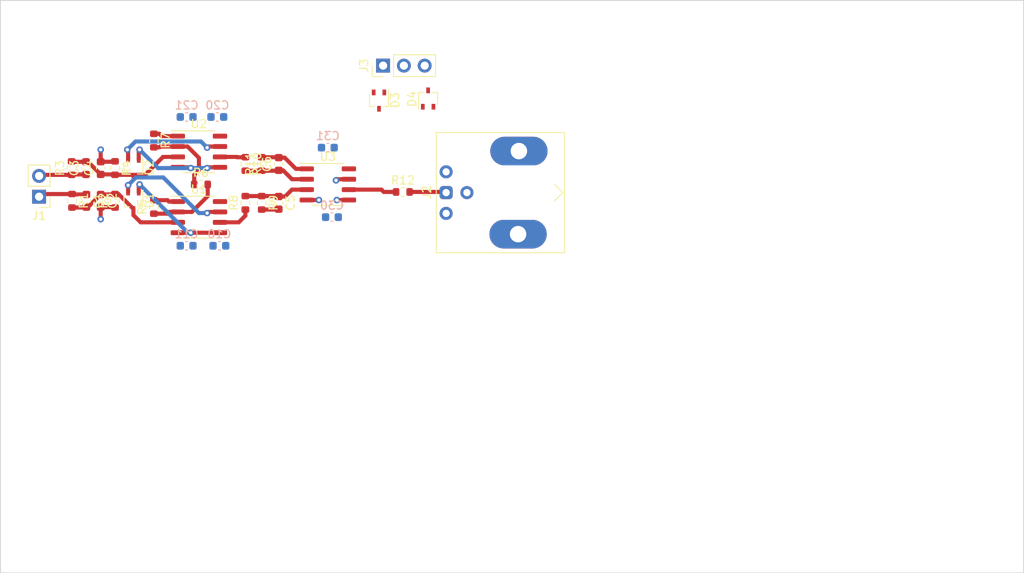
<source format=kicad_pcb>
(kicad_pcb (version 20211014) (generator pcbnew)
  (layers (0 "F.Cu" signal) (31 "B.Cu" signal) (34 "B.Paste" user) (35 "F.Paste" user) (36 "B.SilkS" user "B.Silkscreen") (37 "F.SilkS" user "F.Silkscreen") (38 "B.Mask" user) (39 "F.Mask" user) (44 "Edge.Cuts" user))
  (net 0 "")
  (net 1 "/IN_POS")
  (net 2 "/ATTEN_POS")
  (net 3 "GND")
  (net 4 "/IN_NEG")
  (net 5 "/ATTEN_NEG")
  (net 6 "VSS")
  (net 7 "VDD")
  (net 9 "Net-(D4-Pad3)")
  (net 10 "/OUT")
  (net 11 "/FB_POS")
  (net 12 "Net-(R5-Pad2)")
  (net 13 "/FB_NEG")
  (net 14 "Net-(R7-Pad1)")
  (net 15 "/BUF_POS")
  (net 16 "/DIFF_POS")
  (net 17 "/BUF_NEG")
  (net 18 "/DIFF_NEG")
  (net 19 "/DIFF")
  (net 23 "Net-(D3-Pad1)")
  (net 25 "Net-(U3-Pad1)")
  (footprint "Package_TO_SOT_SMD:SOT-323_SC-70" (layer "F.Cu") (at 105.25 56 90)
    (fp_text reference "D4" (at -0.05 -1.95 90) (layer "F.SilkS"))
    (fp_text value "BAT54W")
    (fp_line (start 0.73 -1.16) (end 0.73 -0.5) (layer "F.SilkS") (width 0.12))
    (fp_line (start 0.73 0.5) (end 0.73 1.16) (layer "F.SilkS") (width 0.12))
    (fp_line (start 0.73 -1.16) (end -1.3 -1.16) (layer "F.SilkS") (width 0.12))
    (fp_line (start -0.68 1.16) (end 0.73 1.16) (layer "F.SilkS") (width 0.12))
    (pad "1" smd rect (at -1 -0.65) (size 0.45 0.7) (layers "F.Cu" "F.Paste" "F.Mask") (net 6 "VSS"))
    (pad "2" smd rect (at -1 0.65) (size 0.45 0.7) (layers "F.Cu" "F.Paste" "F.Mask"))
    (pad "3" smd rect (at 1 0) (size 0.45 0.7) (layers "F.Cu" "F.Paste" "F.Mask") (net 9 "Net-(D4-Pad3)"))
  )
  (footprint "Connector_Coaxial:BNC_Amphenol_031-6575_Horizontal" (layer "F.Cu") (at 107.45 67.5 -90)
    (fp_text reference "J2" (at 0 2.35 90) (layer "F.SilkS"))
    (fp_text value "Conn_Coaxial")
    (fp_line (start 7.35 1.2) (end -7.35 1.2) (layer "F.SilkS") (width 0.12))
    (fp_line (start 7.35 -14.45) (end 7.35 1.2) (layer "F.SilkS") (width 0.12))
    (fp_line (start -7.35 -14.45) (end 7.35 -14.45) (layer "F.SilkS") (width 0.12))
    (fp_line (start 0 -14.25) (end -1 -13.25) (layer "F.SilkS") (width 0.12))
    (fp_line (start -7.35 1.2) (end -7.35 -14.45) (layer "F.SilkS") (width 0.12))
    (fp_line (start 0 -14.25) (end 1 -13.25) (layer "F.SilkS") (width 0.12))
    (pad "" thru_hole oval (at -5.08 -8.89 270) (size 3.5 7) (drill 2.01) (layers *.Cu *.Mask))
    (pad "" thru_hole oval (at 5.08 -8.79 270) (size 3.5 7) (drill 2.01) (layers *.Cu *.Mask))
    (pad "1" thru_hole roundrect (at 0 0 270) (size 1.6 1.6) (drill 0.89) (layers *.Cu *.Mask) (net 10 "/OUT"))
    (pad "2" thru_hole circle (at -2.54 0 270) (size 1.6 1.6) (drill 0.89) (layers *.Cu *.Mask) (net 3 "GND"))
    (pad "3" thru_hole circle (at 0 -2.54 270) (size 1.6 1.6) (drill 0.89) (layers *.Cu *.Mask))
    (pad "4" thru_hole circle (at 2.54 0 270) (size 1.6 1.6) (drill 0.89) (layers *.Cu *.Mask))
  )
  (footprint "Package_SO:SO-8_3.9x4.9mm_P1.27mm" (layer "F.Cu") (at 77.25 70.5)
    (fp_text reference "U1" (at 0 -3.4) (layer "F.SilkS"))
    (fp_text value "LTC6228xS8")
    (fp_line (start 0 -2.56) (end 1.95 -2.56) (layer "F.SilkS") (width 0.12))
    (fp_line (start 0 -2.56) (end -3.45 -2.56) (layer "F.SilkS") (width 0.12))
    (fp_line (start 0 2.56) (end -1.95 2.56) (layer "F.SilkS") (width 0.12))
    (fp_line (start 0 2.56) (end 1.95 2.56) (layer "F.SilkS") (width 0.12))
    (pad "1" smd roundrect (at -2.575 -1.905) (size 1.75 0.6) (layers "F.Cu" "F.Paste" "F.Mask") (net 12 "Net-(R5-Pad2)"))
    (pad "2" smd roundrect (at -2.575 -0.635) (size 1.75 0.6) (layers "F.Cu" "F.Paste" "F.Mask") (net 11 "/FB_POS"))
    (pad "3" smd roundrect (at -2.575 0.635) (size 1.75 0.6) (layers "F.Cu" "F.Paste" "F.Mask") (net 2 "/ATTEN_POS"))
    (pad "4" smd roundrect (at -2.575 1.905) (size 1.75 0.6) (layers "F.Cu" "F.Paste" "F.Mask") (net 6 "VSS"))
    (pad "5" smd roundrect (at 2.575 1.905) (size 1.75 0.6) (layers "F.Cu" "F.Paste" "F.Mask") (net 6 "VSS"))
    (pad "6" smd roundrect (at 2.575 0.635) (size 1.75 0.6) (layers "F.Cu" "F.Paste" "F.Mask") (net 15 "/BUF_POS"))
    (pad "7" smd roundrect (at 2.575 -0.635) (size 1.75 0.6) (layers "F.Cu" "F.Paste" "F.Mask") (net 7 "VDD"))
    (pad "8" smd roundrect (at 2.575 -1.905) (size 1.75 0.6) (layers "F.Cu" "F.Paste" "F.Mask"))
  )
  (footprint "Resistor_SMD:R_0603_1608Metric" (layer "F.Cu") (at 61.705 64.505 90)
    (fp_text reference "R3" (at 0 -1.43 90) (layer "F.SilkS"))
    (fp_text value "215K")
    (fp_line (start -0.237258 -0.5225) (end 0.237258 -0.5225) (layer "F.SilkS") (width 0.12))
    (fp_line (start -0.237258 0.5225) (end 0.237258 0.5225) (layer "F.SilkS") (width 0.12))
    (pad "1" smd roundrect (at -0.825 0 90) (size 0.8 0.95) (layers "F.Cu" "F.Paste" "F.Mask") (net 4 "/IN_NEG"))
    (pad "2" smd roundrect (at 0.825 0 90) (size 0.8 0.95) (layers "F.Cu" "F.Paste" "F.Mask") (net 5 "/ATTEN_NEG"))
  )
  (footprint "Package_TO_SOT_SMD:SOT-323_SC-70" (layer "F.Cu") (at 69.25 68.5 -90)
    (fp_text reference "D1" (at -0.05 -1.95 90) (layer "F.SilkS"))
    (fp_text value "BAT54SW")
    (fp_line (start 0.73 -1.16) (end 0.73 -0.5) (layer "F.SilkS") (width 0.12))
    (fp_line (start 0.73 -1.16) (end -1.3 -1.16) (layer "F.SilkS") (width 0.12))
    (fp_line (start 0.73 0.5) (end 0.73 1.16) (layer "F.SilkS") (width 0.12))
    (fp_line (start -0.68 1.16) (end 0.73 1.16) (layer "F.SilkS") (width 0.12))
    (pad "1" smd rect (at -1 -0.65 180) (size 0.45 0.7) (layers "F.Cu" "F.Paste" "F.Mask") (net 6 "VSS"))
    (pad "2" smd rect (at -1 0.65 180) (size 0.45 0.7) (layers "F.Cu" "F.Paste" "F.Mask") (net 7 "VDD"))
    (pad "3" smd rect (at 1 0 180) (size 0.45 0.7) (layers "F.Cu" "F.Paste" "F.Mask") (net 2 "/ATTEN_POS"))
  )
  (footprint "Package_TO_SOT_SMD:SOT-323_SC-70" (layer "F.Cu") (at 99.25 56.25 -90)
    (fp_text reference "D3" (at -0.05 -1.95 -270) (layer "F.SilkS"))
    (fp_text value "BAT54W")
    (fp_line (start -0.68 1.16) (end 0.73 1.16) (layer "F.SilkS") (width 0.12))
    (fp_line (start 0.73 -1.16) (end 0.73 -0.5) (layer "F.SilkS") (width 0.12))
    (fp_line (start 0.73 -1.16) (end -1.3 -1.16) (layer "F.SilkS") (width 0.12))
    (fp_line (start 0.73 0.5) (end 0.73 1.16) (layer "F.SilkS") (width 0.12))
    (pad "1" smd rect (at -1 -0.65 180) (size 0.45 0.7) (layers "F.Cu" "F.Paste" "F.Mask") (net 23 "Net-(D3-Pad1)"))
    (pad "2" smd rect (at -1 0.65 180) (size 0.45 0.7) (layers "F.Cu" "F.Paste" "F.Mask"))
    (pad "3" smd rect (at 1 0 180) (size 0.45 0.7) (layers "F.Cu" "F.Paste" "F.Mask") (net 7 "VDD"))
  )
  (footprint "Capacitor_SMD:C_0603_1608Metric" (layer "F.Cu") (at 65.25 64.5 90)
    (fp_text reference "C4" (at 0 -1.43 90) (layer "F.SilkS"))
    (fp_text value "100pF")
    (fp_line (start -0.14058 0.51) (end 0.14058 0.51) (layer "F.SilkS") (width 0.12))
    (fp_line (start -0.14058 -0.51) (end 0.14058 -0.51) (layer "F.SilkS") (width 0.12))
    (pad "1" smd roundrect (at -0.775 0 90) (size 0.9 0.95) (layers "F.Cu" "F.Paste" "F.Mask") (net 5 "/ATTEN_NEG"))
    (pad "2" smd roundrect (at 0.775 0 90) (size 0.9 0.95) (layers "F.Cu" "F.Paste" "F.Mask") (net 3 "GND"))
  )
  (footprint "Resistor_SMD:R_0603_1608Metric" (layer "F.Cu") (at 71.75 61.135 -90)
    (fp_text reference "R7" (at 0 -1.43 90) (layer "F.SilkS"))
    (fp_text value "500")
    (fp_line (start -0.237258 -0.5225) (end 0.237258 -0.5225) (layer "F.SilkS") (width 0.12))
    (fp_line (start -0.237258 0.5225) (end 0.237258 0.5225) (layer "F.SilkS") (width 0.12))
    (pad "1" smd roundrect (at -0.825 0 270) (size 0.8 0.95) (layers "F.Cu" "F.Paste" "F.Mask") (net 14 "Net-(R7-Pad1)"))
    (pad "2" smd roundrect (at 0.825 0 270) (size 0.8 0.95) (layers "F.Cu" "F.Paste" "F.Mask") (net 13 "/FB_NEG"))
  )
  (footprint "Capacitor_SMD:C_0603_1608Metric" (layer "F.Cu") (at 87 64 90)
    (fp_text reference "C6" (at 0 -1.43 90) (layer "F.SilkS"))
    (fp_text value "5.6pF")
    (fp_line (start -0.14058 0.51) (end 0.14058 0.51) (layer "F.SilkS") (width 0.12))
    (fp_line (start -0.14058 -0.51) (end 0.14058 -0.51) (layer "F.SilkS") (width 0.12))
    (pad "1" smd roundrect (at -0.775 0 90) (size 0.9 0.95) (layers "F.Cu" "F.Paste" "F.Mask") (net 18 "/DIFF_NEG"))
    (pad "2" smd roundrect (at 0.775 0 90) (size 0.9 0.95) (layers "F.Cu" "F.Paste" "F.Mask") (net 25 "Net-(U3-Pad1)"))
  )
  (footprint "Connector_PinHeader_2.54mm:PinHeader_1x03_P2.54mm_Vertical" (layer "F.Cu") (at 99.75 51.975 90)
    (fp_text reference "J3" (at 0 -2.33 90) (layer "F.SilkS"))
    (fp_text value "Conn_01x03")
    (fp_line (start -1.33 1.27) (end -1.33 6.41) (layer "F.SilkS") (width 0.12))
    (fp_line (start -1.33 -1.33) (end 0 -1.33) (layer "F.SilkS") (width 0.12))
    (fp_line (start 1.33 1.27) (end 1.33 6.41) (layer "F.SilkS") (width 0.12))
    (fp_line (start -1.33 6.41) (end 1.33 6.41) (layer "F.SilkS") (width 0.12))
    (fp_line (start -1.33 1.27) (end 1.33 1.27) (layer "F.SilkS") (width 0.12))
    (fp_line (start -1.33 0) (end -1.33 -1.33) (layer "F.SilkS") (width 0.12))
    (pad "1" thru_hole rect (at 0 0 90) (size 1.7 1.7) (drill 1) (layers *.Cu *.Mask) (net 23 "Net-(D3-Pad1)"))
    (pad "2" thru_hole oval (at 0 2.54 90) (size 1.7 1.7) (drill 1) (layers *.Cu *.Mask) (net 3 "GND"))
    (pad "3" thru_hole oval (at 0 5.08 90) (size 1.7 1.7) (drill 1) (layers *.Cu *.Mask) (net 9 "Net-(D4-Pad3)"))
  )
  (footprint "Capacitor_SMD:C_0603_1608Metric" (layer "F.Cu") (at 63.5 68.5 -90)
    (fp_text reference "C1" (at 0 -1.43 90) (layer "F.SilkS"))
    (fp_text value "5.6pF")
    (fp_line (start -0.14058 -0.51) (end 0.14058 -0.51) (layer "F.SilkS") (width 0.12))
    (fp_line (start -0.14058 0.51) (end 0.14058 0.51) (layer "F.SilkS") (width 0.12))
    (pad "1" smd roundrect (at -0.775 0 270) (size 0.9 0.95) (layers "F.Cu" "F.Paste" "F.Mask") (net 1 "/IN_POS"))
    (pad "2" smd roundrect (at 0.775 0 270) (size 0.9 0.95) (layers "F.Cu" "F.Paste" "F.Mask") (net 2 "/ATTEN_POS"))
  )
  (footprint "Resistor_SMD:R_0603_1608Metric" (layer "F.Cu") (at 67 64.5 -90)
    (fp_text reference "R4" (at 0 -1.43 90) (layer "F.SilkS"))
    (fp_text value "11.3K")
    (fp_line (start -0.237258 -0.5225) (end 0.237258 -0.5225) (layer "F.SilkS") (width 0.12))
    (fp_line (start -0.237258 0.5225) (end 0.237258 0.5225) (layer "F.SilkS") (width 0.12))
    (pad "1" smd roundrect (at -0.825 0 270) (size 0.8 0.95) (layers "F.Cu" "F.Paste" "F.Mask") (net 3 "GND"))
    (pad "2" smd roundrect (at 0.825 0 270) (size 0.8 0.95) (layers "F.Cu" "F.Paste" "F.Mask") (net 5 "/ATTEN_NEG"))
  )
  (footprint "Resistor_SMD:R_0603_1608Metric" (layer "F.Cu") (at 67 68.5 90)
    (fp_text reference "R2" (at 0 -1.43 90) (layer "F.SilkS"))
    (fp_text value "11.3K")
    (fp_line (start -0.237258 0.5225) (end 0.237258 0.5225) (layer "F.SilkS") (width 0.12))
    (fp_line (start -0.237258 -0.5225) (end 0.237258 -0.5225) (layer "F.SilkS") (width 0.12))
    (pad "1" smd roundrect (at -0.825 0 90) (size 0.8 0.95) (layers "F.Cu" "F.Paste" "F.Mask") (net 3 "GND"))
    (pad "2" smd roundrect (at 0.825 0 90) (size 0.8 0.95) (layers "F.Cu" "F.Paste" "F.Mask") (net 2 "/ATTEN_POS"))
  )
  (footprint "Package_SO:SO-8_3.9x4.9mm_P1.27mm" (layer "F.Cu") (at 77.25 62.5)
    (fp_text reference "U2" (at 0 -3.4) (layer "F.SilkS"))
    (fp_text value "LTC6228xS8")
    (fp_line (start 0 2.56) (end -1.95 2.56) (layer "F.SilkS") (width 0.12))
    (fp_line (start 0 2.56) (end 1.95 2.56) (layer "F.SilkS") (width 0.12))
    (fp_line (start 0 -2.56) (end 1.95 -2.56) (layer "F.SilkS") (width 0.12))
    (fp_line (start 0 -2.56) (end -3.45 -2.56) (layer "F.SilkS") (width 0.12))
    (pad "1" smd roundrect (at -2.575 -1.905) (size 1.75 0.6) (layers "F.Cu" "F.Paste" "F.Mask") (net 14 "Net-(R7-Pad1)"))
    (pad "2" smd roundrect (at -2.575 -0.635) (size 1.75 0.6) (layers "F.Cu" "F.Paste" "F.Mask") (net 13 "/FB_NEG"))
    (pad "3" smd roundrect (at -2.575 0.635) (size 1.75 0.6) (layers "F.Cu" "F.Paste" "F.Mask") (net 5 "/ATTEN_NEG"))
    (pad "4" smd roundrect (at -2.575 1.905) (size 1.75 0.6) (layers "F.Cu" "F.Paste" "F.Mask") (net 6 "VSS"))
    (pad "5" smd roundrect (at 2.575 1.905) (size 1.75 0.6) (layers "F.Cu" "F.Paste" "F.Mask") (net 6 "VSS"))
    (pad "6" smd roundrect (at 2.575 0.635) (size 1.75 0.6) (layers "F.Cu" "F.Paste" "F.Mask") (net 17 "/BUF_NEG"))
    (pad "7" smd roundrect (at 2.575 -0.635) (size 1.75 0.6) (layers "F.Cu" "F.Paste" "F.Mask") (net 7 "VDD"))
    (pad "8" smd roundrect (at 2.575 -1.905) (size 1.75 0.6) (layers "F.Cu" "F.Paste" "F.Mask"))
  )
  (footprint "Capacitor_SMD:C_0603_1608Metric" (layer "F.Cu") (at 65.25 68.5 -90)
    (fp_text reference "C2" (at 0 -1.43 90) (layer "F.SilkS"))
    (fp_text value "100pF")
    (fp_line (start -0.14058 0.51) (end 0.14058 0.51) (layer "F.SilkS") (width 0.12))
    (fp_line (start -0.14058 -0.51) (end 0.14058 -0.51) (layer "F.SilkS") (width 0.12))
    (pad "1" smd roundrect (at -0.775 0 270) (size 0.9 0.95) (layers "F.Cu" "F.Paste" "F.Mask") (net 2 "/ATTEN_POS"))
    (pad "2" smd roundrect (at 0.775 0 270) (size 0.9 0.95) (layers "F.Cu" "F.Paste" "F.Mask") (net 3 "GND"))
  )
  (footprint "Capacitor_SMD:C_0603_1608Metric" (layer "F.Cu") (at 87 68.75 -90)
    (fp_text reference "C5" (at 0 -1.43 90) (layer "F.SilkS"))
    (fp_text value "5.6pF")
    (fp_line (start -0.14058 -0.51) (end 0.14058 -0.51) (layer "F.SilkS") (width 0.12))
    (fp_line (start -0.14058 0.51) (end 0.14058 0.51) (layer "F.SilkS") (width 0.12))
    (pad "1" smd roundrect (at -0.775 0 270) (size 0.9 0.95) (layers "F.Cu" "F.Paste" "F.Mask") (net 16 "/DIFF_POS"))
    (pad "2" smd roundrect (at 0.775 0 270) (size 0.9 0.95) (layers "F.Cu" "F.Paste" "F.Mask") (net 3 "GND"))
  )
  (footprint "Package_TO_SOT_SMD:SOT-323_SC-70" (layer "F.Cu") (at 69.25 64.5 -90)
    (fp_text reference "D2" (at -0.05 -1.95 90) (layer "F.SilkS"))
    (fp_text value "BAT54SW")
    (fp_line (start -0.68 1.16) (end 0.73 1.16) (layer "F.SilkS") (width 0.12))
    (fp_line (start 0.73 -1.16) (end -1.3 -1.16) (layer "F.SilkS") (width 0.12))
    (fp_line (start 0.73 0.5) (end 0.73 1.16) (layer "F.SilkS") (width 0.12))
    (fp_line (start 0.73 -1.16) (end 0.73 -0.5) (layer "F.SilkS") (width 0.12))
    (pad "1" smd rect (at -1 -0.65 180) (size 0.45 0.7) (layers "F.Cu" "F.Paste" "F.Mask") (net 6 "VSS"))
    (pad "2" smd rect (at -1 0.65 180) (size 0.45 0.7) (layers "F.Cu" "F.Paste" "F.Mask") (net 7 "VDD"))
    (pad "3" smd rect (at 1 0 180) (size 0.45 0.7) (layers "F.Cu" "F.Paste" "F.Mask") (net 5 "/ATTEN_NEG"))
  )
  (footprint "Resistor_SMD:R_0603_1608Metric" (layer "F.Cu") (at 84.925 68.75 -90)
    (fp_text reference "R9" (at 0 -1.43 90) (layer "F.SilkS"))
    (fp_text value "500")
    (fp_line (start -0.237258 0.5225) (end 0.237258 0.5225) (layer "F.SilkS") (width 0.12))
    (fp_line (start -0.237258 -0.5225) (end 0.237258 -0.5225) (layer "F.SilkS") (width 0.12))
    (pad "1" smd roundrect (at -0.825 0 270) (size 0.8 0.95) (layers "F.Cu" "F.Paste" "F.Mask") (net 16 "/DIFF_POS"))
    (pad "2" smd roundrect (at 0.825 0 270) (size 0.8 0.95) (layers "F.Cu" "F.Paste" "F.Mask") (net 3 "GND"))
  )
  (footprint "Resistor_SMD:R_0603_1608Metric" (layer "F.Cu") (at 61.75 68.5 -90)
    (fp_text reference "R1" (at 0 -1.43 90) (layer "F.SilkS"))
    (fp_text value "215K")
    (fp_line (start -0.237258 -0.5225) (end 0.237258 -0.5225) (layer "F.SilkS") (width 0.12))
    (fp_line (start -0.237258 0.5225) (end 0.237258 0.5225) (layer "F.SilkS") (width 0.12))
    (pad "1" smd roundrect (at -0.825 0 270) (size 0.8 0.95) (layers "F.Cu" "F.Paste" "F.Mask") (net 1 "/IN_POS"))
    (pad "2" smd roundrect (at 0.825 0 270) (size 0.8 0.95) (layers "F.Cu" "F.Paste" "F.Mask") (net 2 "/ATTEN_POS"))
  )
  (footprint "Resistor_SMD:R_0603_1608Metric" (layer "F.Cu") (at 84.925 64 90)
    (fp_text reference "R11" (at 0 -1.43 90) (layer "F.SilkS"))
    (fp_text value "500")
    (fp_line (start -0.237258 0.5225) (end 0.237258 0.5225) (layer "F.SilkS") (width 0.12))
    (fp_line (start -0.237258 -0.5225) (end 0.237258 -0.5225) (layer "F.SilkS") (width 0.12))
    (pad "1" smd roundrect (at -0.825 0 90) (size 0.8 0.95) (layers "F.Cu" "F.Paste" "F.Mask") (net 18 "/DIFF_NEG"))
    (pad "2" smd roundrect (at 0.825 0 90) (size 0.8 0.95) (layers "F.Cu" "F.Paste" "F.Mask") (net 25 "Net-(U3-Pad1)"))
  )
  (footprint "Connector_PinHeader_2.54mm:PinHeader_1x02_P2.54mm_Vertical" (layer "F.Cu") (at 57.725 68 180)
    (fp_text reference "J1" (at 0 -2.33) (layer "F.SilkS"))
    (fp_text value "Conn_01x02")
    (fp_line (start -1.33 1.27) (end -1.33 3.87) (layer "F.SilkS") (width 0.12))
    (fp_line (start -1.33 1.27) (end 1.33 1.27) (layer "F.SilkS") (width 0.12))
    (fp_line (start -1.33 -1.33) (end 0 -1.33) (layer "F.SilkS") (width 0.12))
    (fp_line (start -1.33 0) (end -1.33 -1.33) (layer "F.SilkS") (width 0.12))
    (fp_line (start -1.33 3.87) (end 1.33 3.87) (layer "F.SilkS") (width 0.12))
    (fp_line (start 1.33 1.27) (end 1.33 3.87) (layer "F.SilkS") (width 0.12))
    (pad "1" thru_hole rect (at 0 0 180) (size 1.7 1.7) (drill 1) (layers *.Cu *.Mask) (net 1 "/IN_POS"))
    (pad "2" thru_hole oval (at 0 2.54 180) (size 1.7 1.7) (drill 1) (layers *.Cu *.Mask) (net 4 "/IN_NEG"))
  )
  (footprint "Resistor_SMD:R_0603_1608Metric" (layer "F.Cu") (at 82.925 68.75 90)
    (fp_text reference "R8" (at 0 -1.43 90) (layer "F.SilkS"))
    (fp_text value "500")
    (fp_line (start -0.237258 -0.5225) (end 0.237258 -0.5225) (layer "F.SilkS") (width 0.12))
    (fp_line (start -0.237258 0.5225) (end 0.237258 0.5225) (layer "F.SilkS") (width 0.12))
    (pad "1" smd roundrect (at -0.825 0 90) (size 0.8 0.95) (layers "F.Cu" "F.Paste" "F.Mask") (net 15 "/BUF_POS"))
    (pad "2" smd roundrect (at 0.825 0 90) (size 0.8 0.95) (layers "F.Cu" "F.Paste" "F.Mask") (net 16 "/DIFF_POS"))
  )
  (footprint "Resistor_SMD:R_0603_1608Metric" (layer "F.Cu") (at 102.165 67.42)
    (fp_text reference "R12" (at 0 -1.43) (layer "F.SilkS"))
    (fp_text value "50")
    (fp_line (start -0.237258 0.5225) (end 0.237258 0.5225) (layer "F.SilkS") (width 0.12))
    (fp_line (start -0.237258 -0.5225) (end 0.237258 -0.5225) (layer "F.SilkS") (width 0.12))
    (pad "1" smd roundrect (at -0.825 0) (size 0.8 0.95) (layers "F.Cu" "F.Paste" "F.Mask") (net 19 "/DIFF"))
    (pad "2" smd roundrect (at 0.825 0) (size 0.8 0.95) (layers "F.Cu" "F.Paste" "F.Mask") (net 10 "/OUT"))
  )
  (footprint "Capacitor_SMD:C_0603_1608Metric" (layer "F.Cu") (at 63.455 64.505 90)
    (fp_text reference "C3" (at 0 -1.43 90) (layer "F.SilkS"))
    (fp_text value "5.6pF")
    (fp_line (start -0.14058 0.51) (end 0.14058 0.51) (layer "F.SilkS") (width 0.12))
    (fp_line (start -0.14058 -0.51) (end 0.14058 -0.51) (layer "F.SilkS") (width 0.12))
    (pad "1" smd roundrect (at -0.775 0 90) (size 0.9 0.95) (layers "F.Cu" "F.Paste" "F.Mask") (net 4 "/IN_NEG"))
    (pad "2" smd roundrect (at 0.775 0 90) (size 0.9 0.95) (layers "F.Cu" "F.Paste" "F.Mask") (net 5 "/ATTEN_NEG"))
  )
  (footprint "Resistor_SMD:R_0603_1608Metric" (layer "F.Cu") (at 77.5 66.5)
    (fp_text reference "R6" (at 0 -1.43) (layer "F.SilkS"))
    (fp_text value "1K")
    (fp_line (start -0.237258 -0.5225) (end 0.237258 -0.5225) (layer "F.SilkS") (width 0.12))
    (fp_line (start -0.237258 0.5225) (end 0.237258 0.5225) (layer "F.SilkS") (width 0.12))
    (pad "1" smd roundrect (at -0.825 0) (size 0.8 0.95) (layers "F.Cu" "F.Paste" "F.Mask") (net 13 "/FB_NEG"))
    (pad "2" smd roundrect (at 0.825 0) (size 0.8 0.95) (layers "F.Cu" "F.Paste" "F.Mask") (net 11 "/FB_POS"))
  )
  (footprint "Resistor_SMD:R_0603_1608Metric" (layer "F.Cu") (at 82.925 64 -90)
    (fp_text reference "R10" (at 0 -1.43 90) (layer "F.SilkS"))
    (fp_text value "500")
    (fp_line (start -0.237258 0.5225) (end 0.237258 0.5225) (layer "F.SilkS") (width 0.12))
    (fp_line (start -0.237258 -0.5225) (end 0.237258 -0.5225) (layer "F.SilkS") (width 0.12))
    (pad "1" smd roundrect (at -0.825 0 270) (size 0.8 0.95) (layers "F.Cu" "F.Paste" "F.Mask") (net 17 "/BUF_NEG"))
    (pad "2" smd roundrect (at 0.825 0 270) (size 0.8 0.95) (layers "F.Cu" "F.Paste" "F.Mask") (net 18 "/DIFF_NEG"))
  )
  (footprint "Resistor_SMD:R_0603_1608Metric" (layer "F.Cu") (at 71.75 69.25 90)
    (fp_text reference "R5" (at 0 -1.43 90) (layer "F.SilkS"))
    (fp_text value "500")
    (fp_line (start -0.237258 -0.5225) (end 0.237258 -0.5225) (layer "F.SilkS") (width 0.12))
    (fp_line (start -0.237258 0.5225) (end 0.237258 0.5225) (layer "F.SilkS") (width 0.12))
    (pad "1" smd roundrect (at -0.825 0 90) (size 0.8 0.95) (layers "F.Cu" "F.Paste" "F.Mask") (net 11 "/FB_POS"))
    (pad "2" smd roundrect (at 0.825 0 90) (size 0.8 0.95) (layers "F.Cu" "F.Paste" "F.Mask") (net 12 "Net-(R5-Pad2)"))
  )
  (footprint "Package_SO:SO-8_3.9x4.9mm_P1.27mm" (layer "F.Cu") (at 93 66.5)
    (fp_text reference "U3" (at 0 -3.4) (layer "F.SilkS"))
    (fp_text value "LTC6228xS8")
    (fp_line (start 0 2.56) (end -1.95 2.56) (layer "F.SilkS") (width 0.12))
    (fp_line (start 0 -2.56) (end -3.45 -2.56) (layer "F.SilkS") (width 0.12))
    (fp_line (start 0 -2.56) (end 1.95 -2.56) (layer "F.SilkS") (width 0.12))
    (fp_line (start 0 2.56) (end 1.95 2.56) (layer "F.SilkS") (width 0.12))
    (pad "1" smd roundrect (at -2.575 -1.905) (size 1.75 0.6) (layers "F.Cu" "F.Paste" "F.Mask") (net 25 "Net-(U3-Pad1)"))
    (pad "2" smd roundrect (at -2.575 -0.635) (size 1.75 0.6) (layers "F.Cu" "F.Paste" "F.Mask") (net 18 "/DIFF_NEG"))
    (pad "3" smd roundrect (at -2.575 0.635) (size 1.75 0.6) (layers "F.Cu" "F.Paste" "F.Mask") (net 16 "/DIFF_POS"))
    (pad "4" smd roundrect (at -2.575 1.905) (size 1.75 0.6) (layers "F.Cu" "F.Paste" "F.Mask") (net 6 "VSS"))
    (pad "5" smd roundrect (at 2.575 1.905) (size 1.75 0.6) (layers "F.Cu" "F.Paste" "F.Mask") (net 6 "VSS"))
    (pad "6" smd roundrect (at 2.575 0.635) (size 1.75 0.6) (layers "F.Cu" "F.Paste" "F.Mask") (net 19 "/DIFF"))
    (pad "7" smd roundrect (at 2.575 -0.635) (size 1.75 0.6) (layers "F.Cu" "F.Paste" "F.Mask") (net 7 "VDD"))
    (pad "8" smd roundrect (at 2.575 -1.905) (size 1.75 0.6) (layers "F.Cu" "F.Paste" "F.Mask"))
  )
  (footprint "Capacitor_SMD:C_0603_1608Metric" (layer "B.Cu") (at 75.75 58.25 180)
    (fp_text reference "C21" (at 0 1.43) (layer "B.SilkS") (effects (justify mirror)))
    (fp_text value "1uF")
    (fp_line (start -0.14058 0.51) (end 0.14058 0.51) (layer "B.SilkS") (width 0.12))
    (fp_line (start -0.14058 -0.51) (end 0.14058 -0.51) (layer "B.SilkS") (width 0.12))
    (pad "1" smd roundrect (at -0.775 0 180) (size 0.9 0.95) (layers "B.Cu" "B.Paste" "B.Mask") (net 3 "GND"))
    (pad "2" smd roundrect (at 0.775 0 180) (size 0.9 0.95) (layers "B.Cu" "B.Paste" "B.Mask") (net 6 "VSS"))
  )
  (footprint "Capacitor_SMD:C_0603_1608Metric" (layer "B.Cu") (at 79.75 74 180)
    (fp_text reference "C10" (at 0 1.43) (layer "B.SilkS") (effects (justify mirror)))
    (fp_text value "1uF")
    (fp_line (start -0.14058 0.51) (end 0.14058 0.51) (layer "B.SilkS") (width 0.12))
    (fp_line (start -0.14058 -0.51) (end 0.14058 -0.51) (layer "B.SilkS") (width 0.12))
    (pad "1" smd roundrect (at -0.775 0 180) (size 0.9 0.95) (layers "B.Cu" "B.Paste" "B.Mask") (net 7 "VDD"))
    (pad "2" smd roundrect (at 0.775 0 180) (size 0.9 0.95) (layers "B.Cu" "B.Paste" "B.Mask") (net 3 "GND"))
  )
  (footprint "Capacitor_SMD:C_0603_1608Metric" (layer "B.Cu") (at 75.75 74 180)
    (fp_text reference "C11" (at 0 1.43) (layer "B.SilkS") (effects (justify mirror)))
    (fp_text value "1uF")
    (fp_line (start -0.14058 -0.51) (end 0.14058 -0.51) (layer "B.SilkS") (width 0.12))
    (fp_line (start -0.14058 0.51) (end 0.14058 0.51) (layer "B.SilkS") (width 0.12))
    (pad "1" smd roundrect (at -0.775 0 180) (size 0.9 0.95) (layers "B.Cu" "B.Paste" "B.Mask") (net 3 "GND"))
    (pad "2" smd roundrect (at 0.775 0 180) (size 0.9 0.95) (layers "B.Cu" "B.Paste" "B.Mask") (net 6 "VSS"))
  )
  (footprint "Capacitor_SMD:C_0603_1608Metric" (layer "B.Cu") (at 93.5 70.5 180)
    (fp_text reference "C30" (at 0 1.43) (layer "B.SilkS") (effects (justify mirror)))
    (fp_text value "1uF")
    (fp_line (start -0.14058 0.51) (end 0.14058 0.51) (layer "B.SilkS") (width 0.12))
    (fp_line (start -0.14058 -0.51) (end 0.14058 -0.51) (layer "B.SilkS") (width 0.12))
    (pad "1" smd roundrect (at -0.775 0 180) (size 0.9 0.95) (layers "B.Cu" "B.Paste" "B.Mask") (net 7 "VDD"))
    (pad "2" smd roundrect (at 0.775 0 180) (size 0.9 0.95) (layers "B.Cu" "B.Paste" "B.Mask") (net 3 "GND"))
  )
  (footprint "Capacitor_SMD:C_0603_1608Metric" (layer "B.Cu") (at 93 62 180)
    (fp_text reference "C31" (at 0 1.43) (layer "B.SilkS") (effects (justify mirror)))
    (fp_text value "1uF")
    (fp_line (start -0.14058 0.51) (end 0.14058 0.51) (layer "B.SilkS") (width 0.12))
    (fp_line (start -0.14058 -0.51) (end 0.14058 -0.51) (layer "B.SilkS") (width 0.12))
    (pad "1" smd roundrect (at -0.775 0 180) (size 0.9 0.95) (layers "B.Cu" "B.Paste" "B.Mask") (net 3 "GND"))
    (pad "2" smd roundrect (at 0.775 0 180) (size 0.9 0.95) (layers "B.Cu" "B.Paste" "B.Mask") (net 6 "VSS"))
  )
  (footprint "Capacitor_SMD:C_0603_1608Metric" (layer "B.Cu") (at 79.5 58.25 180)
    (fp_text reference "C20" (at 0 1.43) (layer "B.SilkS") (effects (justify mirror)))
    (fp_text value "1uF")
    (fp_line (start -0.14058 0.51) (end 0.14058 0.51) (layer "B.SilkS") (width 0.12))
    (fp_line (start -0.14058 -0.51) (end 0.14058 -0.51) (layer "B.SilkS") (width 0.12))
    (pad "1" smd roundrect (at -0.775 0 180) (size 0.9 0.95) (layers "B.Cu" "B.Paste" "B.Mask") (net 7 "VDD"))
    (pad "2" smd roundrect (at 0.775 0 180) (size 0.9 0.95) (layers "B.Cu" "B.Paste" "B.Mask") (net 3 "GND"))
  )
  (gr_rect (start 53 44) (end 178 114) (layer "Edge.Cuts") (width 0.1) (fill none))
  (segment (start 61.75 67.675) (end 58.05 67.675) (width 0.5) (layer "F.Cu") (net 1))
  (segment (start 61.8 67.725) (end 61.75 67.675) (width 0.5) (layer "F.Cu") (net 1))
  (segment (start 63.5 67.725) (end 61.8 67.725) (width 0.5) (layer "F.Cu") (net 1))
  (segment (start 58.05 67.675) (end 57.725 68) (width 0.5) (layer "F.Cu") (net 1))
  (segment (start 66.95 67.725) (end 67 67.675) (width 0.5) (layer "F.Cu") (net 2))
  (segment (start 63.7 69.275) (end 65.25 67.725) (width 0.5) (layer "F.Cu") (net 2))
  (segment (start 69.25 69.5) (end 69.25 70.25) (width 0.5) (layer "F.Cu") (net 2))
  (segment (start 69.25 70.25) (end 70.135 71.135) (width 0.5) (layer "F.Cu") (net 2))
  (segment (start 70.135 71.135) (end 74.675 71.135) (width 0.5) (layer "F.Cu") (net 2))
  (segment (start 67.425 67.675) (end 69.25 69.5) (width 0.5) (layer "F.Cu") (net 2))
  (segment (start 63.45 69.325) (end 63.5 69.275) (width 0.5) (layer "F.Cu") (net 2))
  (segment (start 63.5 69.275) (end 63.7 69.275) (width 0.5) (layer "F.Cu") (net 2))
  (segment (start 67 67.675) (end 67.425 67.675) (width 0.5) (layer "F.Cu") (net 2))
  (segment (start 65.25 67.725) (end 66.95 67.725) (width 0.5) (layer "F.Cu") (net 2))
  (segment (start 61.75 69.325) (end 63.45 69.325) (width 0.5) (layer "F.Cu") (net 2))
  (segment (start 65.25 69.275) (end 66.95 69.275) (width 0.5) (layer "F.Cu") (net 3))
  (segment (start 66.95 63.725) (end 67 63.675) (width 0.5) (layer "F.Cu") (net 3))
  (segment (start 86.95 69.575) (end 87 69.525) (width 0.5) (layer "F.Cu") (net 3))
  (segment (start 84.925 69.575) (end 86.95 69.575) (width 0.5) (layer "F.Cu") (net 3))
  (segment (start 65.25 63.725) (end 65.25 62.25) (width 0.5) (layer "F.Cu") (net 3))
  (segment (start 65.25 63.725) (end 66.95 63.725) (width 0.5) (layer "F.Cu") (net 3))
  (segment (start 66.95 69.275) (end 67 69.325) (width 0.5) (layer "F.Cu") (net 3))
  (segment (start 65.25 69.275) (end 65.25 70.75) (width 0.5) (layer "F.Cu") (net 3))
  (via (at 65.25 62.25) (size 0.8) (drill 0.4) (layers "F.Cu" "B.Cu") (net 3))
  (via (at 65.25 70.75) (size 0.8) (drill 0.4) (layers "F.Cu" "B.Cu") (net 3))
  (segment (start 57.855 65.33) (end 57.725 65.46) (width 0.5) (layer "F.Cu") (net 4))
  (segment (start 61.755 65.28) (end 61.705 65.33) (width 0.5) (layer "F.Cu") (net 4))
  (segment (start 61.705 65.33) (end 57.855 65.33) (width 0.5) (layer "F.Cu") (net 4))
  (segment (start 63.455 65.28) (end 61.755 65.28) (width 0.5) (layer "F.Cu") (net 4))
  (segment (start 65.25 65.275) (end 66.95 65.275) (width 0.5) (layer "F.Cu") (net 5))
  (segment (start 61.755 63.73) (end 61.705 63.68) (width 0.5) (layer "F.Cu") (net 5))
  (segment (start 63.705 63.73) (end 65.25 65.275) (width 0.5) (layer "F.Cu") (net 5))
  (segment (start 63.455 63.73) (end 61.755 63.73) (width 0.5) (layer "F.Cu") (net 5))
  (segment (start 66.95 65.275) (end 67 65.325) (width 0.5) (layer "F.Cu") (net 5))
  (segment (start 63.455 63.73) (end 63.705 63.73) (width 0.5) (layer "F.Cu") (net 5))
  (segment (start 72.865 63.135) (end 74.675 63.135) (width 0.5) (layer "F.Cu") (net 5))
  (segment (start 67 65.325) (end 70.675 65.325) (width 0.5) (layer "F.Cu") (net 5))
  (segment (start 70.675 65.325) (end 72.865 63.135) (width 0.5) (layer "F.Cu") (net 5))
  (segment (start 69.9 62.35) (end 70 62.25) (width 0.5) (layer "F.Cu") (net 6))
  (segment (start 74.675 72.405) (end 76.25 72.405) (width 0.5) (layer "F.Cu") (net 6))
  (segment (start 90.425 68.405) (end 91.905 68.405) (width 0.5) (layer "F.Cu") (net 6))
  (segment (start 91.905 68.405) (end 92 68.5) (width 0.5) (layer "F.Cu") (net 6))
  (segment (start 76.25 72.405) (end 79.825 72.405) (width 0.5) (layer "F.Cu") (net 6))
  (segment (start 94.095 68.405) (end 94 68.5) (width 0.5) (layer "F.Cu") (net 6))
  (segment (start 69.9 63.5) (end 69.9 62.35) (width 0.5) (layer "F.Cu") (net 6))
  (segment (start 69.9 66.6) (end 70 66.5) (width 0.5) (layer "F.Cu") (net 6))
  (segment (start 95.575 68.405) (end 94.095 68.405) (width 0.5) (layer "F.Cu") (net 6))
  (segment (start 69.9 67.5) (end 69.9 66.6) (width 0.5) (layer "F.Cu") (net 6))
  (segment (start 76 64.5) (end 75.905 64.405) (width 0.5) (layer "F.Cu") (net 6))
  (segment (start 79.825 64.405) (end 78.595 64.405) (width 0.5) (layer "F.Cu") (net 6))
  (segment (start 78.595 64.405) (end 78.5 64.5) (width 0.5) (layer "F.Cu") (net 6))
  (segment (start 75.905 64.405) (end 74.675 64.405) (width 0.5) (layer "F.Cu") (net 6))
  (via (at 76.25 72.405) (size 0.8) (drill 0.4) (layers "F.Cu" "B.Cu") (net 6))
  (via (at 78.25 64.5) (size 0.8) (drill 0.4) (layers "F.Cu" "B.Cu") (net 6))
  (via (at 70 62.25) (size 0.8) (drill 0.4) (layers "F.Cu" "B.Cu") (net 6))
  (via (at 76.25 64.5) (size 0.8) (drill 0.4) (layers "F.Cu" "B.Cu") (net 6))
  (via (at 94.095 68.405) (size 0.8) (drill 0.4) (layers "F.Cu" "B.Cu") (net 6))
  (via (at 91.905 68.405) (size 0.8) (drill 0.4) (layers "F.Cu" "B.Cu") (net 6))
  (via (at 70 66.5) (size 0.8) (drill 0.4) (layers "F.Cu" "B.Cu") (net 6))
  (segment (start 76 64.5) (end 72.25 64.5) (width 0.5) (layer "B.Cu") (net 6))
  (segment (start 72.25 64.5) (end 70 62.25) (width 0.5) (layer "B.Cu") (net 6))
  (segment (start 78.5 64.5) (end 76 64.5) (width 0.5) (layer "B.Cu") (net 6))
  (segment (start 76.25 72.405) (end 75.905 72.405) (width 0.5) (layer "B.Cu") (net 6))
  (segment (start 75.905 72.405) (end 70 66.5) (width 0.5) (layer "B.Cu") (net 6))
  (segment (start 68.6 62.35) (end 68.5 62.25) (width 0.5) (layer "F.Cu") (net 7))
  (segment (start 68.6 63.5) (end 68.6 62.35) (width 0.5) (layer "F.Cu") (net 7))
  (segment (start 94.135 65.865) (end 94 66) (width 0.5) (layer "F.Cu") (net 7))
  (segment (start 79.825 61.865) (end 78.385 61.865) (width 0.5) (layer "F.Cu") (net 7))
  (segment (start 78.385 61.865) (end 78.25 62) (width 0.5) (layer "F.Cu") (net 7))
  (segment (start 78.385 69.865) (end 78.25 70) (width 0.5) (layer "F.Cu") (net 7))
  (segment (start 68.6 66.6) (end 68.5 66.5) (width 0.5) (layer "F.Cu") (net 7))
  (segment (start 95.575 65.865) (end 94.135 65.865) (width 0.5) (layer "F.Cu") (net 7))
  (segment (start 79.825 69.865) (end 78.385 69.865) (width 0.5) (layer "F.Cu") (net 7))
  (segment (start 68.6 67.5) (end 68.6 66.6) (width 0.5) (layer "F.Cu") (net 7))
  (via (at 78.25 70) (size 0.8) (drill 0.4) (layers "F.Cu" "B.Cu") (net 7))
  (via (at 94 66) (size 0.8) (drill 0.4) (layers "F.Cu" "B.Cu") (net 7))
  (via (at 68.6 66.6) (size 0.8) (drill 0.4) (layers "F.Cu" "B.Cu") (net 7))
  (via (at 78.25 62) (size 0.8) (drill 0.4) (layers "F.Cu" "B.Cu") (net 7))
  (via (at 68.5 62.25) (size 0.8) (drill 0.4) (layers "F.Cu" "B.Cu") (net 7))
  (segment (start 78.25 62) (end 77.5 61.25) (width 0.5) (layer "B.Cu") (net 7))
  (segment (start 69.5 61.25) (end 68.5 62.25) (width 0.5) (layer "B.Cu") (net 7))
  (segment (start 77.5 61.25) (end 69.5 61.25) (width 0.5) (layer "B.Cu") (net 7))
  (segment (start 72.9 65.65) (end 69.55 65.65) (width 0.5) (layer "B.Cu") (net 7))
  (segment (start 78.25 70) (end 77.25 70) (width 0.5) (layer "B.Cu") (net 7))
  (segment (start 77.25 70) (end 72.9 65.65) (width 0.5) (layer "B.Cu") (net 7))
  (segment (start 69.55 65.65) (end 68.6 66.6) (width 0.5) (layer "B.Cu") (net 7))
  (segment (start 107.37 67.42) (end 107.45 67.5) (width 0.3) (layer "F.Cu") (net 10))
  (segment (start 102.99 67.42) (end 107.37 67.42) (width 0.5) (layer "F.Cu") (net 10))
  (segment (start 73.425 70.075) (end 71.75 70.075) (width 0.5) (layer "F.Cu") (net 11))
  (segment (start 73.635 69.865) (end 73.425 70.075) (width 0.5) (layer "F.Cu") (net 11))
  (segment (start 74.675 69.865) (end 73.635 69.865) (width 0.5) (layer "F.Cu") (net 11))
  (segment (start 74.675 69.865) (end 76.385 69.865) (width 0.5) (layer "F.Cu") (net 11))
  (segment (start 78.325 67.925) (end 78.325 66.5) (width 0.5) (layer "F.Cu") (net 11))
  (segment (start 76.385 69.865) (end 78.325 67.925) (width 0.5) (layer "F.Cu") (net 11))
  (segment (start 73.595 68.595) (end 73.425 68.425) (width 0.5) (layer "F.Cu") (net 12))
  (segment (start 74.675 68.595) (end 73.595 68.595) (width 0.5) (layer "F.Cu") (net 12))
  (segment (start 73.425 68.425) (end 71.75 68.425) (width 0.5) (layer "F.Cu") (net 12))
  (segment (start 77.25 64.75) (end 76.675 65.325) (width 0.5) (layer "F.Cu") (net 13))
  (segment (start 77.25 63.25) (end 77.25 64.75) (width 0.5) (layer "F.Cu") (net 13))
  (segment (start 72.52 61.865) (end 74.675 61.865) (width 0.5) (layer "F.Cu") (net 13))
  (segment (start 71.75 61.96) (end 72.425 61.96) (width 0.5) (layer "F.Cu") (net 13))
  (segment (start 75.865 61.865) (end 77.25 63.25) (width 0.5) (layer "F.Cu") (net 13))
  (segment (start 76.675 65.325) (end 76.675 66.5) (width 0.5) (layer "F.Cu") (net 13))
  (segment (start 72.425 61.96) (end 72.52 61.865) (width 0.5) (layer "F.Cu") (net 13))
  (segment (start 74.675 61.865) (end 75.865 61.865) (width 0.5) (layer "F.Cu") (net 13))
  (segment (start 72.71 60.595) (end 74.675 60.595) (width 0.5) (layer "F.Cu") (net 14))
  (segment (start 72.425 60.31) (end 72.71 60.595) (width 0.5) (layer "F.Cu") (net 14))
  (segment (start 71.75 60.31) (end 72.425 60.31) (width 0.5) (layer "F.Cu") (net 14))
  (segment (start 82.925 70.325) (end 82.925 69.575) (width 0.5) (layer "F.Cu") (net 15))
  (segment (start 82.115 71.135) (end 82.925 70.325) (width 0.5) (layer "F.Cu") (net 15))
  (segment (start 79.825 71.135) (end 82.115 71.135) (width 0.5) (layer "F.Cu") (net 15))
  (segment (start 87.775 67.975) (end 88.615 67.135) (width 0.5) (layer "F.Cu") (net 16))
  (segment (start 88.615 67.135) (end 90.425 67.135) (width 0.5) (layer "F.Cu") (net 16))
  (segment (start 86.95 67.925) (end 87 67.975) (width 0.5) (layer "F.Cu") (net 16))
  (segment (start 84.925 67.925) (end 86.95 67.925) (width 0.5) (layer "F.Cu") (net 16))
  (segment (start 82.925 67.925) (end 84.925 67.925) (width 0.5) (layer "F.Cu") (net 16))
  (segment (start 87 67.975) (end 87.775 67.975) (width 0.5) (layer "F.Cu") (net 16))
  (segment (start 81.885 63.135) (end 81.925 63.175) (width 0.5) (layer "F.Cu") (net 17))
  (segment (start 81.925 63.175) (end 82.925 63.175) (width 0.5) (layer "F.Cu") (net 17))
  (segment (start 81.885 63.135) (end 79.825 63.135) (width 0.5) (layer "F.Cu") (net 17))
  (segment (start 88.615 65.865) (end 90.425 65.865) (width 0.5) (layer "F.Cu") (net 18))
  (segment (start 86.95 64.825) (end 87 64.775) (width 0.5) (layer "F.Cu") (net 18))
  (segment (start 87 64.775) (end 87.525 64.775) (width 0.5) (layer "F.Cu") (net 18))
  (segment (start 87.525 64.775) (end 88.615 65.865) (width 0.5) (layer "F.Cu") (net 18))
  (segment (start 82.925 64.825) (end 84.925 64.825) (width 0.5) (layer "F.Cu") (net 18))
  (segment (start 84.925 64.825) (end 86.95 64.825) (width 0.5) (layer "F.Cu") (net 18))
  (segment (start 99.83 67.42) (end 99.545 67.135) (width 0.5) (layer "F.Cu") (net 19))
  (segment (start 99.83 67.42) (end 101.34 67.42) (width 0.5) (layer "F.Cu") (net 19))
  (segment (start 99.545 67.135) (end 95.575 67.135) (width 0.5) (layer "F.Cu") (net 19))
  (segment (start 87.725 63.225) (end 89.095 64.595) (width 0.5) (layer "F.Cu") (net 25))
  (segment (start 84.925 63.175) (end 86.95 63.175) (width 0.5) (layer "F.Cu") (net 25))
  (segment (start 86.95 63.175) (end 87 63.225) (width 0.5) (layer "F.Cu") (net 25))
  (segment (start 87 63.225) (end 87.725 63.225) (width 0.5) (layer "F.Cu") (net 25))
  (segment (start 89.095 64.595) (end 90.425 64.595) (width 0.5) (layer "F.Cu") (net 25))
)
</source>
